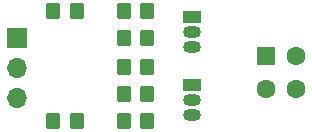
<source format=gbr>
%TF.GenerationSoftware,KiCad,Pcbnew,(6.0.5-0)*%
%TF.CreationDate,2022-06-15T16:59:53+05:30*%
%TF.ProjectId,CNY70_PCB,434e5937-305f-4504-9342-2e6b69636164,rev?*%
%TF.SameCoordinates,Original*%
%TF.FileFunction,Soldermask,Top*%
%TF.FilePolarity,Negative*%
%FSLAX46Y46*%
G04 Gerber Fmt 4.6, Leading zero omitted, Abs format (unit mm)*
G04 Created by KiCad (PCBNEW (6.0.5-0)) date 2022-06-15 16:59:53*
%MOMM*%
%LPD*%
G01*
G04 APERTURE LIST*
G04 Aperture macros list*
%AMRoundRect*
0 Rectangle with rounded corners*
0 $1 Rounding radius*
0 $2 $3 $4 $5 $6 $7 $8 $9 X,Y pos of 4 corners*
0 Add a 4 corners polygon primitive as box body*
4,1,4,$2,$3,$4,$5,$6,$7,$8,$9,$2,$3,0*
0 Add four circle primitives for the rounded corners*
1,1,$1+$1,$2,$3*
1,1,$1+$1,$4,$5*
1,1,$1+$1,$6,$7*
1,1,$1+$1,$8,$9*
0 Add four rect primitives between the rounded corners*
20,1,$1+$1,$2,$3,$4,$5,0*
20,1,$1+$1,$4,$5,$6,$7,0*
20,1,$1+$1,$6,$7,$8,$9,0*
20,1,$1+$1,$8,$9,$2,$3,0*%
G04 Aperture macros list end*
%ADD10R,1.700000X1.700000*%
%ADD11O,1.700000X1.700000*%
%ADD12C,1.600000*%
%ADD13RoundRect,0.249600X-0.550400X0.550400X-0.550400X-0.550400X0.550400X-0.550400X0.550400X0.550400X0*%
%ADD14RoundRect,0.250000X0.350000X0.450000X-0.350000X0.450000X-0.350000X-0.450000X0.350000X-0.450000X0*%
%ADD15RoundRect,0.250000X-0.350000X-0.450000X0.350000X-0.450000X0.350000X0.450000X-0.350000X0.450000X0*%
%ADD16R,1.500000X1.050000*%
%ADD17O,1.500000X1.050000*%
G04 APERTURE END LIST*
D10*
%TO.C,J1*%
X138250000Y-72225000D03*
D11*
X138250000Y-74765000D03*
X138250000Y-77305000D03*
%TD*%
D12*
%TO.C,U1*%
X159250000Y-76550000D03*
X161790000Y-76550000D03*
X161790000Y-73750000D03*
D13*
X159250000Y-73750000D03*
%TD*%
D14*
%TO.C,R7*%
X143250000Y-79250000D03*
X141250000Y-79250000D03*
%TD*%
D15*
%TO.C,R6*%
X147250000Y-74750000D03*
X149250000Y-74750000D03*
%TD*%
%TO.C,R5*%
X147250000Y-70000000D03*
X149250000Y-70000000D03*
%TD*%
D14*
%TO.C,R4*%
X149250000Y-72250000D03*
X147250000Y-72250000D03*
%TD*%
D15*
%TO.C,R3*%
X147250000Y-77000000D03*
X149250000Y-77000000D03*
%TD*%
D14*
%TO.C,R2*%
X149250000Y-79250000D03*
X147250000Y-79250000D03*
%TD*%
D15*
%TO.C,R1*%
X141250000Y-70000000D03*
X143250000Y-70000000D03*
%TD*%
D16*
%TO.C,Q2*%
X153040000Y-70480000D03*
D17*
X153040000Y-71750000D03*
X153040000Y-73020000D03*
%TD*%
D16*
%TO.C,Q1*%
X153000000Y-76250000D03*
D17*
X153000000Y-77520000D03*
X153000000Y-78790000D03*
%TD*%
M02*

</source>
